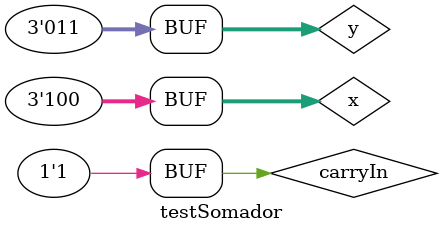
<source format=v>


// somador 3 bits

//--meia soma
module meiaSoma(output carry_out,output s,input a,input b);
	xor(s,a,b);
	and(carry_out,a,b);
endmodule 

//--somador completo
module somador(output carry_out, output s, input a, input b, carry_in);
		wire s1, co1, co2;
		meiaSoma MS1 (co1, s1, a, b);
		meiaSoma MS2 (co2, s, s1, carry_in);
		or(carry_out, co2, co1);
endmodule

//--somador 3bits
module somador3bits (output carry_out, output[2:0] s,
 input[2:0] a, input[2:0] b, input carry_in);

	wire co1,co2,co3;
	somador S0 (co1, s[0], a[0], b[0], carry_in);
	somador S1 (co2, s[1], a[1], b[1], co1);
	somador S2 (carry_out, s[2], a[2], b[2], co2);
endmodule

//--teste
module testSomador;

//--instancias
reg carryIn;
reg [2:0] x;
reg [2:0] y;
wire [2:0] soma;
wire carryOut;

somador3bits S3b (carryOut, soma, x, y, carryIn);

initial begin
$display("Exemplo0021 - Átila Martins Silva Júnior - 449014");
$display("Test ALUs Soma 3 bits");
carryIn = 0; x = 3'b001; y = 3'b001; 
$monitor("carry_in: %b\ta: %b\tb: %b\ts: %b\tcarry_out: %b",carryIn, x, y, soma, carryOut);
#1 carryIn = 0; x = 3'b101; y = 3'b001; 
#1 carryIn = 0; x = 3'b111; y = 3'b001;
#1 carryIn = 1; x = 3'b101; y = 3'b101;
#1 carryIn = 1; x = 3'b100; y = 3'b011;
end
endmodule
</source>
